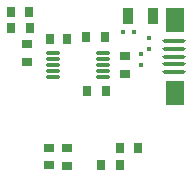
<source format=gbr>
%TF.GenerationSoftware,Altium Limited,Altium Designer,20.1.8 (145)*%
G04 Layer_Color=15254943*
%FSLAX45Y45*%
%MOMM*%
%TF.SameCoordinates,B8344769-4606-4218-AAAC-353AEC7BCCEF*%
%TF.FilePolarity,Positive*%
%TF.FileFunction,Paste,Bot*%
%TF.Part,Single*%
G01*
G75*
%TA.AperFunction,SMDPad,CuDef*%
G04:AMPARAMS|DCode=16|XSize=0.85mm|YSize=1.4mm|CornerRadius=0.00425mm|HoleSize=0mm|Usage=FLASHONLY|Rotation=180.000|XOffset=0mm|YOffset=0mm|HoleType=Round|Shape=RoundedRectangle|*
%AMROUNDEDRECTD16*
21,1,0.85000,1.39150,0,0,180.0*
21,1,0.84150,1.40000,0,0,180.0*
1,1,0.00850,-0.42075,0.69575*
1,1,0.00850,0.42075,0.69575*
1,1,0.00850,0.42075,-0.69575*
1,1,0.00850,-0.42075,-0.69575*
%
%ADD16ROUNDEDRECTD16*%
G04:AMPARAMS|DCode=17|XSize=0.4mm|YSize=0.3mm|CornerRadius=0.0015mm|HoleSize=0mm|Usage=FLASHONLY|Rotation=270.000|XOffset=0mm|YOffset=0mm|HoleType=Round|Shape=RoundedRectangle|*
%AMROUNDEDRECTD17*
21,1,0.40000,0.29700,0,0,270.0*
21,1,0.39700,0.30000,0,0,270.0*
1,1,0.00300,-0.14850,-0.19850*
1,1,0.00300,-0.14850,0.19850*
1,1,0.00300,0.14850,0.19850*
1,1,0.00300,0.14850,-0.19850*
%
%ADD17ROUNDEDRECTD17*%
G04:AMPARAMS|DCode=18|XSize=0.4mm|YSize=0.3mm|CornerRadius=0.0015mm|HoleSize=0mm|Usage=FLASHONLY|Rotation=0.000|XOffset=0mm|YOffset=0mm|HoleType=Round|Shape=RoundedRectangle|*
%AMROUNDEDRECTD18*
21,1,0.40000,0.29700,0,0,0.0*
21,1,0.39700,0.30000,0,0,0.0*
1,1,0.00300,0.19850,-0.14850*
1,1,0.00300,-0.19850,-0.14850*
1,1,0.00300,-0.19850,0.14850*
1,1,0.00300,0.19850,0.14850*
%
%ADD18ROUNDEDRECTD18*%
G04:AMPARAMS|DCode=19|XSize=0.85mm|YSize=0.75mm|CornerRadius=0.00375mm|HoleSize=0mm|Usage=FLASHONLY|Rotation=0.000|XOffset=0mm|YOffset=0mm|HoleType=Round|Shape=RoundedRectangle|*
%AMROUNDEDRECTD19*
21,1,0.85000,0.74250,0,0,0.0*
21,1,0.84250,0.75000,0,0,0.0*
1,1,0.00750,0.42125,-0.37125*
1,1,0.00750,-0.42125,-0.37125*
1,1,0.00750,-0.42125,0.37125*
1,1,0.00750,0.42125,0.37125*
%
%ADD19ROUNDEDRECTD19*%
G04:AMPARAMS|DCode=20|XSize=0.8mm|YSize=0.7mm|CornerRadius=0.0035mm|HoleSize=0mm|Usage=FLASHONLY|Rotation=90.000|XOffset=0mm|YOffset=0mm|HoleType=Round|Shape=RoundedRectangle|*
%AMROUNDEDRECTD20*
21,1,0.80000,0.69300,0,0,90.0*
21,1,0.79300,0.70000,0,0,90.0*
1,1,0.00700,0.34650,0.39650*
1,1,0.00700,0.34650,-0.39650*
1,1,0.00700,-0.34650,-0.39650*
1,1,0.00700,-0.34650,0.39650*
%
%ADD20ROUNDEDRECTD20*%
G04:AMPARAMS|DCode=21|XSize=0.8mm|YSize=0.7mm|CornerRadius=0.0035mm|HoleSize=0mm|Usage=FLASHONLY|Rotation=0.000|XOffset=0mm|YOffset=0mm|HoleType=Round|Shape=RoundedRectangle|*
%AMROUNDEDRECTD21*
21,1,0.80000,0.69300,0,0,0.0*
21,1,0.79300,0.70000,0,0,0.0*
1,1,0.00700,0.39650,-0.34650*
1,1,0.00700,-0.39650,-0.34650*
1,1,0.00700,-0.39650,0.34650*
1,1,0.00700,0.39650,0.34650*
%
%ADD21ROUNDEDRECTD21*%
G04:AMPARAMS|DCode=22|XSize=0.85mm|YSize=0.75mm|CornerRadius=0.00375mm|HoleSize=0mm|Usage=FLASHONLY|Rotation=90.000|XOffset=0mm|YOffset=0mm|HoleType=Round|Shape=RoundedRectangle|*
%AMROUNDEDRECTD22*
21,1,0.85000,0.74250,0,0,90.0*
21,1,0.84250,0.75000,0,0,90.0*
1,1,0.00750,0.37125,0.42125*
1,1,0.00750,0.37125,-0.42125*
1,1,0.00750,-0.37125,-0.42125*
1,1,0.00750,-0.37125,0.42125*
%
%ADD22ROUNDEDRECTD22*%
%ADD23O,1.25000X0.30000*%
G04:AMPARAMS|DCode=24|XSize=0.35mm|YSize=2mm|CornerRadius=0.175mm|HoleSize=0mm|Usage=FLASHONLY|Rotation=270.000|XOffset=0mm|YOffset=0mm|HoleType=Round|Shape=RoundedRectangle|*
%AMROUNDEDRECTD24*
21,1,0.35000,1.65000,0,0,270.0*
21,1,0.00000,2.00000,0,0,270.0*
1,1,0.35000,-0.82500,0.00000*
1,1,0.35000,-0.82500,0.00000*
1,1,0.35000,0.82500,0.00000*
1,1,0.35000,0.82500,0.00000*
%
%ADD24ROUNDEDRECTD24*%
G04:AMPARAMS|DCode=25|XSize=2.1mm|YSize=1.6mm|CornerRadius=0.008mm|HoleSize=0mm|Usage=FLASHONLY|Rotation=270.000|XOffset=0mm|YOffset=0mm|HoleType=Round|Shape=RoundedRectangle|*
%AMROUNDEDRECTD25*
21,1,2.10000,1.58400,0,0,270.0*
21,1,2.08400,1.60000,0,0,270.0*
1,1,0.01600,-0.79200,-1.04200*
1,1,0.01600,-0.79200,1.04200*
1,1,0.01600,0.79200,1.04200*
1,1,0.01600,0.79200,-1.04200*
%
%ADD25ROUNDEDRECTD25*%
D16*
X1100895Y1478869D02*
D03*
X1310895D02*
D03*
D17*
X1056303Y1342752D02*
D03*
X1146303D02*
D03*
D18*
X1275479Y1289412D02*
D03*
Y1199412D02*
D03*
X1206899Y1153906D02*
D03*
Y1063906D02*
D03*
D19*
X242672Y1239233D02*
D03*
Y1084233D02*
D03*
X584923Y205096D02*
D03*
Y360096D02*
D03*
D20*
X1182500D02*
D03*
X1032500D02*
D03*
X584923Y1279556D02*
D03*
X434922D02*
D03*
X257992Y1507740D02*
D03*
X107992D02*
D03*
X867500Y212872D02*
D03*
X1032500D02*
D03*
D21*
X427041Y211652D02*
D03*
Y361653D02*
D03*
X1076825Y1134107D02*
D03*
Y984106D02*
D03*
D22*
X265532Y1377199D02*
D03*
X110532D02*
D03*
X908291Y840325D02*
D03*
X753291D02*
D03*
X746193Y1300060D02*
D03*
X901193D02*
D03*
D23*
X464541Y961674D02*
D03*
Y1011674D02*
D03*
X464542Y1061674D02*
D03*
Y1111674D02*
D03*
X464541Y1161674D02*
D03*
X889541Y961674D02*
D03*
Y1011674D02*
D03*
X889541Y1061674D02*
D03*
Y1111674D02*
D03*
X889541Y1161674D02*
D03*
D24*
X1486274Y1197022D02*
D03*
Y1262022D02*
D03*
Y1132022D02*
D03*
Y1067022D02*
D03*
Y1002022D02*
D03*
D25*
X1493774Y1442022D02*
D03*
Y822022D02*
D03*
%TF.MD5,dcb8675ad138deda8ef539ae7ee9ea3c*%
M02*

</source>
